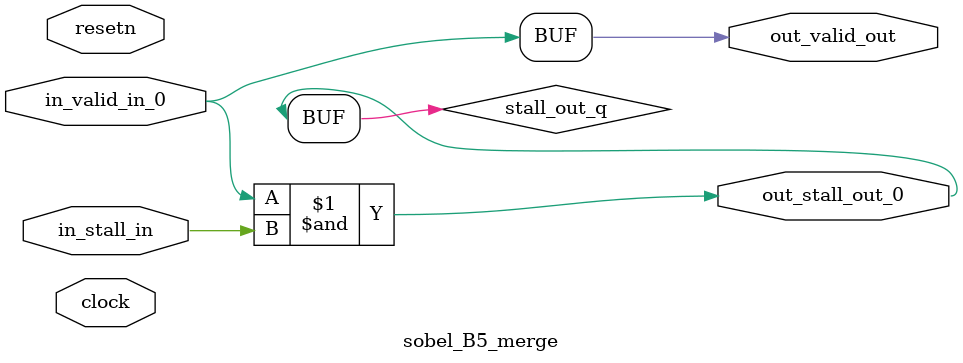
<source format=sv>



(* altera_attribute = "-name AUTO_SHIFT_REGISTER_RECOGNITION OFF; -name MESSAGE_DISABLE 10036; -name MESSAGE_DISABLE 10037; -name MESSAGE_DISABLE 14130; -name MESSAGE_DISABLE 14320; -name MESSAGE_DISABLE 15400; -name MESSAGE_DISABLE 14130; -name MESSAGE_DISABLE 10036; -name MESSAGE_DISABLE 12020; -name MESSAGE_DISABLE 12030; -name MESSAGE_DISABLE 12010; -name MESSAGE_DISABLE 12110; -name MESSAGE_DISABLE 14320; -name MESSAGE_DISABLE 13410; -name MESSAGE_DISABLE 113007; -name MESSAGE_DISABLE 10958" *)
module sobel_B5_merge (
    input wire [0:0] in_stall_in,
    input wire [0:0] in_valid_in_0,
    output wire [0:0] out_stall_out_0,
    output wire [0:0] out_valid_out,
    input wire clock,
    input wire resetn
    );

    wire [0:0] stall_out_q;


    // stall_out(LOGICAL,6)
    assign stall_out_q = in_valid_in_0 & in_stall_in;

    // out_stall_out_0(GPOUT,4)
    assign out_stall_out_0 = stall_out_q;

    // out_valid_out(GPOUT,5)
    assign out_valid_out = in_valid_in_0;

endmodule

</source>
